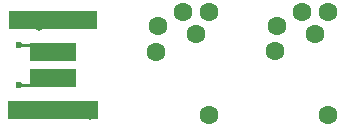
<source format=gbr>
G04 #@! TF.GenerationSoftware,KiCad,Pcbnew,(5.1.2-1)-1*
G04 #@! TF.CreationDate,2019-07-19T11:44:39-07:00*
G04 #@! TF.ProjectId,class v3 - all,636c6173-7320-4763-9320-2d20616c6c2e,rev?*
G04 #@! TF.SameCoordinates,Original*
G04 #@! TF.FileFunction,Copper,L2,Bot*
G04 #@! TF.FilePolarity,Positive*
%FSLAX46Y46*%
G04 Gerber Fmt 4.6, Leading zero omitted, Abs format (unit mm)*
G04 Created by KiCad (PCBNEW (5.1.2-1)-1) date 2019-07-19 11:44:39*
%MOMM*%
%LPD*%
G04 APERTURE LIST*
%ADD10C,1.600000*%
%ADD11R,7.600000X1.600000*%
%ADD12R,4.000000X1.600000*%
%ADD13R,7.500000X1.600000*%
%ADD14C,0.800000*%
%ADD15C,0.600000*%
%ADD16C,0.250000*%
G04 APERTURE END LIST*
D10*
X120600000Y-89040000D03*
X125090000Y-85700000D03*
X120760000Y-86900000D03*
X122910000Y-85700000D03*
X125090000Y-94450000D03*
X123960000Y-87590000D03*
X114990000Y-85720000D03*
X113860000Y-87610000D03*
X110500000Y-89060000D03*
X114990000Y-94470000D03*
X112810000Y-85720000D03*
X110660000Y-86920000D03*
D11*
X101805000Y-94010000D03*
D12*
X101805000Y-91279500D03*
X101805000Y-89120500D03*
D13*
X101805000Y-86390000D03*
D14*
X104930000Y-94470000D03*
X100600000Y-86920000D03*
D15*
X98900000Y-88540000D03*
X98930000Y-91890000D03*
D16*
X99635000Y-86280000D02*
X99505000Y-86410000D01*
X101224500Y-88540000D02*
X101805000Y-89120500D01*
X98900000Y-88540000D02*
X101224500Y-88540000D01*
X101194500Y-91890000D02*
X101805000Y-91279500D01*
X98930000Y-91890000D02*
X101194500Y-91890000D01*
M02*

</source>
